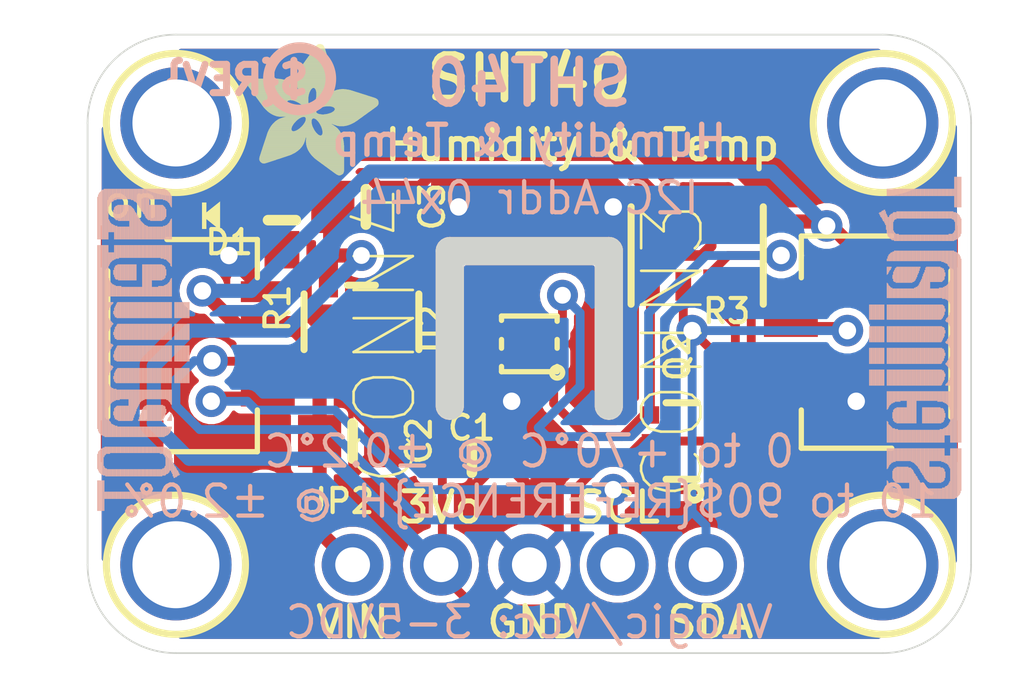
<source format=kicad_pcb>
(kicad_pcb (version 20221018) (generator pcbnew)
  (layers (0 "F.Cu" signal) (31 "B.Cu" signal) (34 "B.Paste" user) (35 "F.Paste" user) (36 "B.SilkS" user "B.Silkscreen") (37 "F.SilkS" user "F.Silkscreen") (38 "B.Mask" user) (39 "F.Mask" user) (44 "Edge.Cuts" user))
  (net 0 "")
  (net 1 "GND")
  (net 2 "SDA")
  (net 3 "SCL")
  (net 4 "SCL_3V")
  (net 5 "SDA_3V")
  (net 6 "3.3V")
  (net 7 "VCC")
  (net 8 "N$1")
  (footprint "working:SOT363" (layer "F.Cu") (at 152.8826 107.7976 90)
    (fp_text reference "Q2" (at 1.651 -0.127 90) (layer "F.SilkS") (effects (font (size 0.692831 0.692831) (thickness 0.119969)) (justify left)))
    (fp_text value "BSS138")
    (pad "1" smd rect (at -0.75 0.9 90) (size 0.5 0.5) (layers "F.Cu" "F.Paste" "F.Mask") (net 4 "SCL_3V"))
    (pad "2" smd rect (at 0 0.9 90) (size 0.4 0.5) (layers "F.Cu" "F.Paste" "F.Mask") (net 6 "3.3V"))
    (pad "3" smd rect (at 0.75 0.9 90) (size 0.5 0.5) (layers "F.Cu" "F.Paste" "F.Mask") (net 2 "SDA"))
    (pad "4" smd rect (at 0.75 -0.9 90) (size 0.5 0.5) (layers "F.Cu" "F.Paste" "F.Mask") (net 5 "SDA_3V"))
    (pad "5" smd rect (at 0 -0.9 90) (size 0.4 0.5) (layers "F.Cu" "F.Paste" "F.Mask") (net 6 "3.3V"))
    (pad "6" smd rect (at -0.75 -0.9 90) (size 0.5 0.5) (layers "F.Cu" "F.Paste" "F.Mask") (net 3 "SCL"))
  )
  (footprint "working:CHIPLED_0603_NOOUTLINE" (layer "F.Cu") (at 139.3571 101.3206 90)
    (fp_text reference "D1" (at -0.762 1.27) (layer "F.SilkS") (effects (font (size 0.692831 0.692831) (thickness 0.119969)) (justify right)))
    (fp_text value "GREEN")
    (pad "A" smd rect (at 0 0.75 90) (size 0.8 0.8) (layers "F.Cu" "F.Paste" "F.Mask") (net 8 "N$1"))
    (pad "C" smd rect (at 0 -0.75 90) (size 0.8 0.8) (layers "F.Cu" "F.Paste" "F.Mask") (net 1 "GND"))
  )
  (footprint "working:ADAFRUIT_3.5MM" (layer "F.Cu") (at 140.3731 100.1776)
    (fp_text reference "U$22" hide)
    (fp_text value "" hide)
  )
  (footprint "working:MOUNTINGHOLE_2.5_PLATED" (layer "F.Cu") (at 138.3411 98.6536)
    (fp_text reference "U$1" hide)
    (fp_text value "MOUNTINGHOLE2.5" hide)
    (pad "P$1" thru_hole circle (at 0 0) (size 3.2 3.2) (drill 2.5) (layers "*.Cu" "*.Mask"))
    (zone (net 0) (net_name "") (layer "F.Cu") (connect_pads (clearance 0)) (min_thickness 0.25)
      (keepout (tracks not_allowed) (vias not_allowed) (pads not_allowed) (copperpour not_allowed) (footprints allowed))
      (fill (thermal_gap 0.5) (thermal_bridge_width 0.5))
      (polygon (pts (xy 140.3571 98.6536) (xy 140.33748 98.373027) (xy 140.279004 98.097915) (xy 140.182808 97.833619) (xy 140.050765 97.585283) (xy 139.885446 97.35774) (xy 139.690067 97.15542) (xy 139.468433 96.98226) (xy 139.224856 96.841631) (xy 138.964078 96.73627) (xy 138.691175 96.668228) (xy 138.411457 96.638828) (xy 138.130371 96.648644) (xy 137.853385 96.697484) (xy 137.585893 96.784397) (xy 137.3331 96.907693) (xy 137.099926 97.06497) (xy 136.890911 97.253169) (xy 136.710122 97.468625) (xy 136.561078 97.707145) (xy 136.44668 97.964087) (xy 136.369154 98.23445) (xy 136.330011 98.512971) (xy 136.330011 98.794229) (xy 136.369154 99.07275) (xy 136.44668 99.343113) (xy 136.561078 99.600055) (xy 136.710122 99.838575) (xy 136.890911 100.054031) (xy 137.099926 100.24223) (xy 137.3331 100.399507) (xy 137.585893 100.522803) (xy 137.853385 100.609716) (xy 138.130371 100.658556) (xy 138.411457 100.668372) (xy 138.691175 100.638972) (xy 138.964078 100.57093) (xy 139.224856 100.465569) (xy 139.468433 100.32494) (xy 139.690067 100.15178) (xy 139.885446 99.94946) (xy 140.050765 99.721917) (xy 140.182808 99.473581) (xy 140.279004 99.209285) (xy 140.33748 98.934173)))
      (polygon (pts (xy 138.3251 98.6536) (xy 138.329786 98.664914) (xy 138.3411 98.6696) (xy 138.352414 98.664914) (xy 138.3571 98.6536) (xy 138.352414 98.642286) (xy 138.3411 98.6376) (xy 138.329786 98.642286)))
    )
    (zone (net 0) (net_name "") (layer "B.Cu") (connect_pads (clearance 0)) (min_thickness 0.25)
      (keepout (tracks not_allowed) (vias not_allowed) (pads not_allowed) (copperpour not_allowed) (footprints allowed))
      (fill (thermal_gap 0.5) (thermal_bridge_width 0.5))
      (polygon (pts (xy 140.3571 98.6536) (xy 140.33748 98.373027) (xy 140.279004 98.097915) (xy 140.182808 97.833619) (xy 140.050765 97.585283) (xy 139.885446 97.35774) (xy 139.690067 97.15542) (xy 139.468433 96.98226) (xy 139.224856 96.841631) (xy 138.964078 96.73627) (xy 138.691175 96.668228) (xy 138.411457 96.638828) (xy 138.130371 96.648644) (xy 137.853385 96.697484) (xy 137.585893 96.784397) (xy 137.3331 96.907693) (xy 137.099926 97.06497) (xy 136.890911 97.253169) (xy 136.710122 97.468625) (xy 136.561078 97.707145) (xy 136.44668 97.964087) (xy 136.369154 98.23445) (xy 136.330011 98.512971) (xy 136.330011 98.794229) (xy 136.369154 99.07275) (xy 136.44668 99.343113) (xy 136.561078 99.600055) (xy 136.710122 99.838575) (xy 136.890911 100.054031) (xy 137.099926 100.24223) (xy 137.3331 100.399507) (xy 137.585893 100.522803) (xy 137.853385 100.609716) (xy 138.130371 100.658556) (xy 138.411457 100.668372) (xy 138.691175 100.638972) (xy 138.964078 100.57093) (xy 139.224856 100.465569) (xy 139.468433 100.32494) (xy 139.690067 100.15178) (xy 139.885446 99.94946) (xy 140.050765 99.721917) (xy 140.182808 99.473581) (xy 140.279004 99.209285) (xy 140.33748 98.934173)))
      (polygon (pts (xy 138.3251 98.6536) (xy 138.329786 98.664914) (xy 138.3411 98.6696) (xy 138.352414 98.664914) (xy 138.3571 98.6536) (xy 138.352414 98.642286) (xy 138.3411 98.6376) (xy 138.329786 98.642286)))
    )
  )
  (footprint "working:FIDUCIAL_1MM" (layer "F.Cu") (at 155.3591 97.3836)
    (fp_text reference "FID4" hide)
    (fp_text value "FIDUCIAL_1MM" hide)
    (pad "1" smd roundrect (at 0 0) (size 1 1) (layers "F.Cu" "F.Mask") (roundrect_rratio 0.5))
  )
  (footprint "working:SOT23-5" (layer "F.Cu") (at 143.6751 104.3686)
    (fp_text reference "U2" (at 2.032 -0.562 90) (layer "F.SilkS") (effects (font (size 0.692831 0.692831) (thickness 0.119969)) (justify right)))
    (fp_text value "AP2112K-3.3")
    (pad "1" smd rect (at -0.95 1.3001) (size 0.55 1.2) (layers "F.Cu" "F.Paste" "F.Mask") (net 7 "VCC"))
    (pad "2" smd rect (at 0 1.3001) (size 0.55 1.2) (layers "F.Cu" "F.Paste" "F.Mask") (net 1 "GND"))
    (pad "3" smd rect (at 0.95 1.3001) (size 0.55 1.2) (layers "F.Cu" "F.Paste" "F.Mask") (net 7 "VCC"))
    (pad "4" smd rect (at 0.95 -1.3001) (size 0.55 1.2) (layers "F.Cu" "F.Paste" "F.Mask"))
    (pad "5" smd rect (at -0.95 -1.3001) (size 0.55 1.2) (layers "F.Cu" "F.Paste" "F.Mask") (net 6 "3.3V"))
  )
  (footprint "working:1X05_ROUND_70" (layer "F.Cu") (at 148.5011 111.3536)
    (fp_text reference "JP2" (at -6.4262 -1.8288) (layer "F.SilkS") (effects (font (size 0.692831 0.692831) (thickness 0.119969)) (justify left)))
    (fp_text value "")
    (pad "1" thru_hole circle (at -5.08 0 90) (size 1.778 1.778) (drill 1) (layers "*.Cu" "*.Mask") (net 7 "VCC"))
    (pad "2" thru_hole circle (at -2.54 0 90) (size 1.778 1.778) (drill 1) (layers "*.Cu" "*.Mask") (net 6 "3.3V"))
    (pad "3" thru_hole circle (at 0 0 90) (size 1.778 1.778) (drill 1) (layers "*.Cu" "*.Mask") (net 1 "GND"))
    (pad "4" thru_hole circle (at 2.54 0 90) (size 1.778 1.778) (drill 1) (layers "*.Cu" "*.Mask") (net 3 "SCL"))
    (pad "5" thru_hole circle (at 5.08 0 90) (size 1.778 1.778) (drill 1) (layers "*.Cu" "*.Mask") (net 2 "SDA"))
  )
  (footprint "working:JST_SH4" (layer "F.Cu") (at 138.4681 105.0036 -90)
    (fp_text reference "CONN4" (at -4.6 -5.9 90) (layer "F.SilkS") (effects (font (size 1.703222 1.703222) (thickness 0.074778)) (justify right)))
    (fp_text value "STEMMA_I2C_QT" hide)
    (pad "1" smd rect (at -1.5 -2.514) (size 1.55 0.6) (layers "F.Cu" "F.Paste" "F.Mask") (net 1 "GND"))
    (pad "2" smd rect (at -0.5 -2.514) (size 1.55 0.6) (layers "F.Cu" "F.Paste" "F.Mask") (net 7 "VCC"))
    (pad "3" smd rect (at 0.5 -2.514) (size 1.55 0.6) (layers "F.Cu" "F.Paste" "F.Mask") (net 2 "SDA"))
    (pad "4" smd rect (at 1.5 -2.514) (size 1.55 0.6) (layers "F.Cu" "F.Paste" "F.Mask") (net 3 "SCL"))
    (pad "MT1" smd rect (at -2.8 1.386) (size 1.8 1.2) (layers "F.Cu" "F.Paste" "F.Mask") (net 1 "GND"))
    (pad "MT2" smd rect (at 2.8 1.386) (size 1.8 1.2) (layers "F.Cu" "F.Paste" "F.Mask") (net 1 "GND"))
  )
  (footprint "working:0603-NO" (layer "F.Cu") (at 146.8501 108.3056)
    (fp_text reference "C1" (at -0.762 -0.889) (layer "F.SilkS") (effects (font (size 0.692831 0.692831) (thickness 0.119969)) (justify left)))
    (fp_text value "0.1uF")
    (pad "1" smd rect (at -0.85 0) (size 1.075 1) (layers "F.Cu" "F.Paste" "F.Mask") (net 6 "3.3V"))
    (pad "2" smd rect (at 0.85 0) (size 1.075 1) (layers "F.Cu" "F.Paste" "F.Mask") (net 1 "GND"))
  )
  (footprint "working:0805-NO" (layer "F.Cu") (at 143.8021 101.0666)
    (fp_text reference "C3" (at 1.905 -0.762 90) (layer "F.SilkS") (effects (font (size 0.692831 0.692831) (thickness 0.119969)) (justify right)))
    (fp_text value "10uF")
    (pad "1" smd rect (at -0.95 0) (size 1.24 1.5) (layers "F.Cu" "F.Paste" "F.Mask") (net 6 "3.3V"))
    (pad "2" smd rect (at 0.95 0) (size 1.24 1.5) (layers "F.Cu" "F.Paste" "F.Mask") (net 1 "GND"))
  )
  (footprint "working:MOUNTINGHOLE_2.5_PLATED" (layer "F.Cu") (at 158.6611 111.3536)
    (fp_text reference "U$21" hide)
    (fp_text value "MOUNTINGHOLE2.5" hide)
    (pad "P$1" thru_hole circle (at 0 0) (size 3.2 3.2) (drill 2.5) (layers "*.Cu" "*.Mask"))
    (zone (net 0) (net_name "") (layer "F.Cu") (connect_pads (clearance 0)) (min_thickness 0.25)
      (keepout (tracks not_allowed) (vias not_allowed) (pads not_allowed) (copperpour not_allowed) (footprints allowed))
      (fill (thermal_gap 0.5) (thermal_bridge_width 0.5))
      (polygon (pts (xy 160.6771 111.3536) (xy 160.65748 111.073027) (xy 160.599004 110.797915) (xy 160.502808 110.533619) (xy 160.370765 110.285283) (xy 160.205446 110.05774) (xy 160.010067 109.85542) (xy 159.788433 109.68226) (xy 159.544856 109.541631) (xy 159.284078 109.43627) (xy 159.011175 109.368228) (xy 158.731457 109.338828) (xy 158.450371 109.348644) (xy 158.173385 109.397484) (xy 157.905893 109.484397) (xy 157.6531 109.607693) (xy 157.419926 109.76497) (xy 157.210911 109.953169) (xy 157.030122 110.168625) (xy 156.881078 110.407145) (xy 156.76668 110.664087) (xy 156.689154 110.93445) (xy 156.650011 111.212971) (xy 156.650011 111.494229) (xy 156.689154 111.77275) (xy 156.76668 112.043113) (xy 156.881078 112.300055) (xy 157.030122 112.538575) (xy 157.210911 112.754031) (xy 157.419926 112.94223) (xy 157.6531 113.099507) (xy 157.905893 113.222803) (xy 158.173385 113.309716) (xy 158.450371 113.358556) (xy 158.731457 113.368372) (xy 159.011175 113.338972) (xy 159.284078 113.27093) (xy 159.544856 113.165569) (xy 159.788433 113.02494) (xy 160.010067 112.85178) (xy 160.205446 112.64946) (xy 160.370765 112.421917) (xy 160.502808 112.173581) (xy 160.599004 111.909285) (xy 160.65748 111.634173)))
      (polygon (pts (xy 158.6451 111.3536) (xy 158.649786 111.364914) (xy 158.6611 111.3696) (xy 158.672414 111.364914) (xy 158.6771 111.3536) (xy 158.672414 111.342286) (xy 158.6611 111.3376) (xy 158.649786 111.342286)))
    )
    (zone (net 0) (net_name "") (layer "B.Cu") (connect_pads (clearance 0)) (min_thickness 0.25)
      (keepout (tracks not_allowed) (vias not_allowed) (pads not_allowed) (copperpour not_allowed) (footprints allowed))
      (fill (thermal_gap 0.5) (thermal_bridge_width 0.5))
      (polygon (pts (xy 160.6771 111.3536) (xy 160.65748 111.073027) (xy 160.599004 110.797915) (xy 160.502808 110.533619) (xy 160.370765 110.285283) (xy 160.205446 110.05774) (xy 160.010067 109.85542) (xy 159.788433 109.68226) (xy 159.544856 109.541631) (xy 159.284078 109.43627) (xy 159.011175 109.368228) (xy 158.731457 109.338828) (xy 158.450371 109.348644) (xy 158.173385 109.397484) (xy 157.905893 109.484397) (xy 157.6531 109.607693) (xy 157.419926 109.76497) (xy 157.210911 109.953169) (xy 157.030122 110.168625) (xy 156.881078 110.407145) (xy 156.76668 110.664087) (xy 156.689154 110.93445) (xy 156.650011 111.212971) (xy 156.650011 111.494229) (xy 156.689154 111.77275) (xy 156.76668 112.043113) (xy 156.881078 112.300055) (xy 157.030122 112.538575) (xy 157.210911 112.754031) (xy 157.419926 112.94223) (xy 157.6531 113.099507) (xy 157.905893 113.222803) (xy 158.173385 113.309716) (xy 158.450371 113.358556) (xy 158.731457 113.368372) (xy 159.011175 113.338972) (xy 159.284078 113.27093) (xy 159.544856 113.165569) (xy 159.788433 113.02494) (xy 160.010067 112.85178) (xy 160.205446 112.64946) (xy 160.370765 112.421917) (xy 160.502808 112.173581) (xy 160.599004 111.909285) (xy 160.65748 111.634173)))
      (polygon (pts (xy 158.6451 111.3536) (xy 158.649786 111.364914) (xy 158.6611 111.3696) (xy 158.672414 111.364914) (xy 158.6771 111.3536) (xy 158.672414 111.342286) (xy 158.6611 111.3376) (xy 158.649786 111.342286)))
    )
  )
  (footprint "working:JST_SH4" (layer "F.Cu") (at 158.5341 105.0036 90)
    (fp_text reference "CONN3" (at -4.6 -5.9 90) (layer "F.SilkS") (effects (font (size 1.703222 1.703222) (thickness 0.074778)) (justify left)))
    (fp_text value "STEMMA_I2C_QT" hide)
    (pad "1" smd rect (at -1.5 -2.514 180) (size 1.55 0.6) (layers "F.Cu" "F.Paste" "F.Mask") (net 1 "GND"))
    (pad "2" smd rect (at -0.5 -2.514 180) (size 1.55 0.6) (layers "F.Cu" "F.Paste" "F.Mask") (net 7 "VCC"))
    (pad "3" smd rect (at 0.5 -2.514 180) (size 1.55 0.6) (layers "F.Cu" "F.Paste" "F.Mask") (net 2 "SDA"))
    (pad "4" smd rect (at 1.5 -2.514 180) (size 1.55 0.6) (layers "F.Cu" "F.Paste" "F.Mask") (net 3 "SCL"))
    (pad "MT1" smd rect (at -2.8 1.386 180) (size 1.8 1.2) (layers "F.Cu" "F.Paste" "F.Mask") (net 1 "GND"))
    (pad "MT2" smd rect (at 2.8 1.386 180) (size 1.8 1.2) (layers "F.Cu" "F.Paste" "F.Mask") (net 1 "GND"))
  )
  (footprint "working:FIDUCIAL_1MM" (layer "F.Cu") (at 140.8811 109.3216)
    (fp_text reference "FID3" hide)
    (fp_text value "FIDUCIAL_1MM" hide)
    (pad "1" smd roundrect (at 0 0) (size 1 1) (layers "F.Cu" "F.Mask") (roundrect_rratio 0.5))
  )
  (footprint "working:RESPACK_4X0603" (layer "F.Cu") (at 153.3271 102.4636 180)
    (fp_text reference "R3" (at -1.6 -1.6) (layer "F.SilkS") (effects (font (size 0.692831 0.692831) (thickness 0.119969)) (justify right)))
    (fp_text value "10K")
    (pad "1" smd rect (at -1.3 0.85 180) (size 0.45 0.9) (layers "F.Cu" "F.Paste" "F.Mask") (net 7 "VCC"))
    (pad "2" smd rect (at -0.4 0.85 180) (size 0.45 0.9) (layers "F.Cu" "F.Paste" "F.Mask") (net 6 "3.3V"))
    (pad "3" smd rect (at 0.4 0.85 180) (size 0.45 0.9) (layers "F.Cu" "F.Paste" "F.Mask") (net 7 "VCC"))
    (pad "4" smd rect (at 1.3 0.85 180) (size 0.45 0.9) (layers "F.Cu" "F.Paste" "F.Mask") (net 6 "3.3V"))
    (pad "5" smd rect (at 1.3 -0.85 180) (size 0.45 0.9) (layers "F.Cu" "F.Paste" "F.Mask") (net 5 "SDA_3V"))
    (pad "6" smd rect (at 0.4 -0.85 180) (size 0.45 0.9) (layers "F.Cu" "F.Paste" "F.Mask") (net 2 "SDA"))
    (pad "7" smd rect (at -0.4 -0.85 180) (size 0.45 0.9) (layers "F.Cu" "F.Paste" "F.Mask") (net 4 "SCL_3V"))
    (pad "8" smd rect (at -1.3 -0.85 180) (size 0.45 0.9) (layers "F.Cu" "F.Paste" "F.Mask") (net 3 "SCL"))
  )
  (footprint "working:0805-NO" (layer "F.Cu") (at 143.4211 107.7976)
    (fp_text reference "C2" (at 1.905 -0.762 90) (layer "F.SilkS") (effects (font (size 0.692831 0.692831) (thickness 0.119969)) (justify right)))
    (fp_text value "10uF")
    (pad "1" smd rect (at -0.95 0) (size 1.24 1.5) (layers "F.Cu" "F.Paste" "F.Mask") (net 7 "VCC"))
    (pad "2" smd rect (at 0.95 0) (size 1.24 1.5) (layers "F.Cu" "F.Paste" "F.Mask") (net 1 "GND"))
  )
  (footprint "working:SHT4X" (layer "F.Cu") (at 148.5011 105.0036 180)
    (fp_text reference "X1" hide)
    (fp_text value "SHT4X_" hide)
    (pad "1" smd rect (at -0.7 -0.4 270) (size 0.35 0.55) (layers "F.Cu" "F.Paste" "F.Mask") (net 5 "SDA_3V"))
    (pad "2" smd rect (at -0.7 0.4 270) (size 0.35 0.55) (layers "F.Cu" "F.Paste" "F.Mask") (net 4 "SCL_3V"))
    (pad "3" smd rect (at 0.7 0.4 270) (size 0.35 0.55) (layers "F.Cu" "F.Paste" "F.Mask") (net 6 "3.3V"))
    (pad "4" smd rect (at 0.7 -0.4 270) (size 0.35 0.55) (layers "F.Cu" "F.Paste" "F.Mask") (net 1 "GND"))
  )
  (footprint "working:0603-NO" (layer "F.Cu") (at 141.3891 101.4476 -90)
    (fp_text reference "R1" (at 1.778 0.127 90) (layer "F.SilkS") (effects (font (size 0.692831 0.692831) (thickness 0.119969)) (justify right)))
    (fp_text value "10K")
    (pad "1" smd rect (at -0.85 0 270) (size 1.075 1) (layers "F.Cu" "F.Paste" "F.Mask") (net 6 "3.3V"))
    (pad "2" smd rect (at 0.85 0 270) (size 1.075 1) (layers "F.Cu" "F.Paste" "F.Mask") (net 8 "N$1"))
  )
  (footprint "working:MOUNTINGHOLE_2.5_PLATED" (layer "F.Cu") (at 138.3411 111.3536)
    (fp_text reference "U$19" hide)
    (fp_text value "MOUNTINGHOLE2.5" hide)
    (pad "P$1" thru_hole circle (at 0 0) (size 3.2 3.2) (drill 2.5) (layers "*.Cu" "*.Mask"))
    (zone (net 0) (net_name "") (layer "F.Cu") (connect_pads (clearance 0)) (min_thickness 0.25)
      (keepout (tracks not_allowed) (vias not_allowed) (pads not_allowed) (copperpour not_allowed) (footprints allowed))
      (fill (thermal_gap 0.5) (thermal_bridge_width 0.5))
      (polygon (pts (xy 140.3571 111.3536) (xy 140.33748 111.073027) (xy 140.279004 110.797915) (xy 140.182808 110.533619) (xy 140.050765 110.285283) (xy 139.885446 110.05774) (xy 139.690067 109.85542) (xy 139.468433 109.68226) (xy 139.224856 109.541631) (xy 138.964078 109.43627) (xy 138.691175 109.368228) (xy 138.411457 109.338828) (xy 138.130371 109.348644) (xy 137.853385 109.397484) (xy 137.585893 109.484397) (xy 137.3331 109.607693) (xy 137.099926 109.76497) (xy 136.890911 109.953169) (xy 136.710122 110.168625) (xy 136.561078 110.407145) (xy 136.44668 110.664087) (xy 136.369154 110.93445) (xy 136.330011 111.212971) (xy 136.330011 111.494229) (xy 136.369154 111.77275) (xy 136.44668 112.043113) (xy 136.561078 112.300055) (xy 136.710122 112.538575) (xy 136.890911 112.754031) (xy 137.099926 112.94223) (xy 137.3331 113.099507) (xy 137.585893 113.222803) (xy 137.853385 113.309716) (xy 138.130371 113.358556) (xy 138.411457 113.368372) (xy 138.691175 113.338972) (xy 138.964078 113.27093) (xy 139.224856 113.165569) (xy 139.468433 113.02494) (xy 139.690067 112.85178) (xy 139.885446 112.64946) (xy 140.050765 112.421917) (xy 140.182808 112.173581) (xy 140.279004 111.909285) (xy 140.33748 111.634173)))
      (polygon (pts (xy 138.3251 111.3536) (xy 138.329786 111.364914) (xy 138.3411 111.3696) (xy 138.352414 111.364914) (xy 138.3571 111.3536) (xy 138.352414 111.342286) (xy 138.3411 111.3376) (xy 138.329786 111.342286)))
    )
    (zone (net 0) (net_name "") (layer "B.Cu") (connect_pads (clearance 0)) (min_thickness 0.25)
      (keepout (tracks not_allowed) (vias not_allowed) (pads not_allowed) (copperpour not_allowed) (footprints allowed))
      (fill (thermal_gap 0.5) (thermal_bridge_width 0.5))
      (polygon (pts (xy 140.3571 111.3536) (xy 140.33748 111.073027) (xy 140.279004 110.797915) (xy 140.182808 110.533619) (xy 140.050765 110.285283) (xy 139.885446 110.05774) (xy 139.690067 109.85542) (xy 139.468433 109.68226) (xy 139.224856 109.541631) (xy 138.964078 109.43627) (xy 138.691175 109.368228) (xy 138.411457 109.338828) (xy 138.130371 109.348644) (xy 137.853385 109.397484) (xy 137.585893 109.484397) (xy 137.3331 109.607693) (xy 137.099926 109.76497) (xy 136.890911 109.953169) (xy 136.710122 110.168625) (xy 136.561078 110.407145) (xy 136.44668 110.664087) (xy 136.369154 110.93445) (xy 136.330011 111.212971) (xy 136.330011 111.494229) (xy 136.369154 111.77275) (xy 136.44668 112.043113) (xy 136.561078 112.300055) (xy 136.710122 112.538575) (xy 136.890911 112.754031) (xy 137.099926 112.94223) (xy 137.3331 113.099507) (xy 137.585893 113.222803) (xy 137.853385 113.309716) (xy 138.130371 113.358556) (xy 138.411457 113.368372) (xy 138.691175 113.338972) (xy 138.964078 113.27093) (xy 139.224856 113.165569) (xy 139.468433 113.02494) (xy 139.690067 112.85178) (xy 139.885446 112.64946) (xy 140.050765 112.421917) (xy 140.182808 112.173581) (xy 140.279004 111.909285) (xy 140.33748 111.634173)))
      (polygon (pts (xy 138.3251 111.3536) (xy 138.329786 111.364914) (xy 138.3411 111.3696) (xy 138.352414 111.364914) (xy 138.3571 111.3536) (xy 138.352414 111.342286) (xy 138.3411 111.3376) (xy 138.329786 111.342286)))
    )
  )
  (footprint "working:MOUNTINGHOLE_2.5_PLATED" (layer "F.Cu") (at 158.6611 98.6536)
    (fp_text reference "U$17" hide)
    (fp_text value "MOUNTINGHOLE2.5" hide)
    (pad "P$1" thru_hole circle (at 0 0) (size 3.2 3.2) (drill 2.5) (layers "*.Cu" "*.Mask"))
    (zone (net 0) (net_name "") (layer "F.Cu") (connect_pads (clearance 0)) (min_thickness 0.25)
      (keepout (tracks not_allowed) (vias not_allowed) (pads not_allowed) (copperpour not_allowed) (footprints allowed))
      (fill (thermal_gap 0.5) (thermal_bridge_width 0.5))
      (polygon (pts (xy 160.6771 98.6536) (xy 160.65748 98.373027) (xy 160.599004 98.097915) (xy 160.502808 97.833619) (xy 160.370765 97.585283) (xy 160.205446 97.35774) (xy 160.010067 97.15542) (xy 159.788433 96.98226) (xy 159.544856 96.841631) (xy 159.284078 96.73627) (xy 159.011175 96.668228) (xy 158.731457 96.638828) (xy 158.450371 96.648644) (xy 158.173385 96.697484) (xy 157.905893 96.784397) (xy 157.6531 96.907693) (xy 157.419926 97.06497) (xy 157.210911 97.253169) (xy 157.030122 97.468625) (xy 156.881078 97.707145) (xy 156.76668 97.964087) (xy 156.689154 98.23445) (xy 156.650011 98.512971) (xy 156.650011 98.794229) (xy 156.689154 99.07275) (xy 156.76668 99.343113) (xy 156.881078 99.600055) (xy 157.030122 99.838575) (xy 157.210911 100.054031) (xy 157.419926 100.24223) (xy 157.6531 100.399507) (xy 157.905893 100.522803) (xy 158.173385 100.609716) (xy 158.450371 100.658556) (xy 158.731457 100.668372) (xy 159.011175 100.638972) (xy 159.284078 100.57093) (xy 159.544856 100.465569) (xy 159.788433 100.32494) (xy 160.010067 100.15178) (xy 160.205446 99.94946) (xy 160.370765 99.721917) (xy 160.502808 99.473581) (xy 160.599004 99.209285) (xy 160.65748 98.934173)))
      (polygon (pts (xy 158.6451 98.6536) (xy 158.649786 98.664914) (xy 158.6611 98.6696) (xy 158.672414 98.664914) (xy 158.6771 98.6536) (xy 158.672414 98.642286) (xy 158.6611 98.6376) (xy 158.649786 98.642286)))
    )
    (zone (net 0) (net_name "") (layer "B.Cu") (connect_pads (clearance 0)) (min_thickness 0.25)
      (keepout (tracks not_allowed) (vias not_allowed) (pads not_allowed) (copperpour not_allowed) (footprints allowed))
      (fill (thermal_gap 0.5) (thermal_bridge_width 0.5))
      (polygon (pts (xy 160.6771 98.6536) (xy 160.65748 98.373027) (xy 160.599004 98.097915) (xy 160.502808 97.833619) (xy 160.370765 97.585283) (xy 160.205446 97.35774) (xy 160.010067 97.15542) (xy 159.788433 96.98226) (xy 159.544856 96.841631) (xy 159.284078 96.73627) (xy 159.011175 96.668228) (xy 158.731457 96.638828) (xy 158.450371 96.648644) (xy 158.173385 96.697484) (xy 157.905893 96.784397) (xy 157.6531 96.907693) (xy 157.419926 97.06497) (xy 157.210911 97.253169) (xy 157.030122 97.468625) (xy 156.881078 97.707145) (xy 156.76668 97.964087) (xy 156.689154 98.23445) (xy 156.650011 98.512971) (xy 156.650011 98.794229) (xy 156.689154 99.07275) (xy 156.76668 99.343113) (xy 156.881078 99.600055) (xy 157.030122 99.838575) (xy 157.210911 100.054031) (xy 157.419926 100.24223) (xy 157.6531 100.399507) (xy 157.905893 100.522803) (xy 158.173385 100.609716) (xy 158.450371 100.658556) (xy 158.731457 100.668372) (xy 159.011175 100.638972) (xy 159.284078 100.57093) (xy 159.544856 100.465569) (xy 159.788433 100.32494) (xy 160.010067 100.15178) (xy 160.205446 99.94946) (xy 160.370765 99.721917) (xy 160.502808 99.473581) (xy 160.599004 99.209285) (xy 160.65748 98.934173)))
      (polygon (pts (xy 158.6451 98.6536) (xy 158.649786 98.664914) (xy 158.6611 98.6696) (xy 158.672414 98.664914) (xy 158.6771 98.6536) (xy 158.672414 98.642286) (xy 158.6611 98.6376) (xy 158.649786 98.642286)))
    )
  )
  (footprint "working:STEMMAQT" (layer "B.Cu") (at 158.2801 109.4486 90)
    (fp_text reference "U$30" hide)
    (fp_text value "" hide)
  )
  (footprint "working:PCBFEAT-REV-040" (layer "B.Cu") (at 141.8971 97.3836 180)
    (fp_text reference "U$25" hide)
    (fp_text value "" hide)
    (fp_text user "${REV}" (at -0.3556 -0.508) (layer "B.SilkS") (effects (font (size 0.8128 0.8128) (thickness 0.2032)) (justify left bottom mirror)))
  )
  (footprint "working:STEMMAQT" (layer "B.Cu") (at 138.7221 100.5586 -90)
    (fp_text reference "U$31" hide)
    (fp_text value "" hide)
  )
  (gr_line (start 158.6611 96.1136) (end 138.3411 96.1136) (stroke (width 0.05)) (layer "Edge.Cuts"))
  (gr_arc (start 135.8011 98.6536) (mid 136.545049 96.857549) (end 138.3411 96.1136) (stroke (width 0.05)) (layer "Edge.Cuts"))
  (gr_line (start 138.3411 113.8936) (end 158.6611 113.8936) (stroke (width 0.05)) (layer "Edge.Cuts"))
  (gr_line (start 150.7871 102.3366) (end 150.7871 106.7816) (stroke (width 0.8128)) (layer "Edge.Cuts"))
  (gr_arc (start 161.2011 111.3536) (mid 160.457151 113.149651) (end 158.6611 113.8936) (stroke (width 0.05)) (layer "Edge.Cuts"))
  (gr_arc (start 158.6611 96.1136) (mid 160.457151 96.857549) (end 161.2011 98.6536) (stroke (width 0.05)) (layer "Edge.Cuts"))
  (gr_arc (start 138.3411 113.8936) (mid 136.545049 113.149651) (end 135.8011 111.3536) (stroke (width 0.05)) (layer "Edge.Cuts"))
  (gr_line (start 146.2151 106.7816) (end 146.2151 102.3366) (stroke (width 0.8128)) (layer "Edge.Cuts"))
  (gr_line (start 135.8011 98.6536) (end 135.8011 111.3536) (stroke (width 0.05)) (layer "Edge.Cuts"))
  (gr_line (start 146.2151 102.3366) (end 150.7871 102.3366) (stroke (width 0.8128)) (layer "Edge.Cuts"))
  (gr_line (start 161.2011 111.3536) (end 161.2011 98.6536) (stroke (width 0.05)) (layer "Edge.Cuts"))
  (gr_text "I2C Addr 0x44" (at 148.5011 100.8126) (layer "B.SilkS") (effects (font (size 0.89408 0.89408) (thickness 0.12192)) (justify mirror)))
  (gr_text "SHT40" (at 148.5011 97.5106) (layer "B.SilkS") (effects (font (size 1.25222 1.25222) (thickness 0.22098)) (justify mirror)))
  (gr_text "Humidity & Temp" (at 148.5011 99.1616) (layer "B.SilkS") (effects (font (size 0.8636 0.8636) (thickness 0.1524)) (justify mirror)))
  (gr_text "VLogic/Vcc: 3-5VDC" (at 148.5011 113.0046) (layer "B.SilkS") (effects (font (size 0.89408 0.89408) (thickness 0.12192)) (justify mirror)))
  (gr_text "0 to +70°C @ ±0.2°C\n10 to 90%RH @ ±2.0%" (at 148.5011 108.8136) (layer "B.SilkS") (effects (font (size 0.89408 0.89408) (thickness 0.12192)) (justify mirror)))
  (gr_text "3Vo" (at 145.9611 109.7026) (layer "F.SilkS") (effects (font (size 0.87376 0.87376) (thickness 0.14224))))
  (gr_text "Humidity & Temp" (at 150.0251 99.2886) (layer "F.SilkS") (effects (font (size 0.8636 0.8636) (thickness 0.1524))))
  (gr_text "VIN" (at 143.4211 113.0046) (layer "F.SilkS") (effects (font (size 0.87376 0.87376) (thickness 0.14224))))
  (gr_text "SDA" (at 153.7081 113.0046) (layer "F.SilkS") (effects (font (size 0.87376 0.87376) (thickness 0.14224))))
  (gr_text "on" (at 136.1821 101.4476) (layer "F.SilkS") (effects (font (size 0.89408 0.89408) (thickness 0.12192)) (justify left bottom)))
  (gr_text "SHT40" (at 148.5011 97.3836) (layer "F.SilkS") (effects (font (size 1.25222 1.25222) (thickness 0.22098))))
  (gr_text "GND" (at 148.6281 113.0046) (layer "F.SilkS") (effects (font (size 0.87376 0.87376) (thickness 0.14224))))
  (gr_text "SCL" (at 151.0411 109.7026) (layer "F.SilkS") (effects (font (size 0.87376 0.87376) (thickness 0.14224))))
  (segment (start 140.9821 103.5036) (end 140.9051 103.5036) (width 0.4064) (layer "F.Cu") (net 1))
  (segment (start 143.6751 105.6687) (end 143.6751 106.7206) (width 0.4064) (layer "F.Cu") (net 1))
  (segment (start 144.3711 107.4166) (end 143.6751 106.7206) (width 0.4064) (layer "F.Cu") (net 1))
  (segment (start 140.9051 103.5036) (end 139.8651 102.4636) (width 0.4064) (layer "F.Cu") (net 1))
  (segment (start 144.3711 107.7976) (end 144.3711 107.4166) (width 0.4064) (layer "F.Cu") (net 1))
  (via (at 147.9931 106.6546) (size 0.9064) (drill 0.5) (layers "F.Cu" "B.Cu") (net 1))
  (via (at 157.8991 106.6546) (size 0.9064) (drill 0.5) (layers "F.Cu" "B.Cu") (net 1))
  (via (at 150.9141 101.0666) (size 0.9064) (drill 0.5) (layers "F.Cu" "B.Cu") (net 1))
  (via (at 146.4691 101.0666) (size 0.9064) (drill 0.5) (layers "F.Cu" "B.Cu") (net 1))
  (via (at 139.8651 102.4636) (size 0.9064) (drill 0.5) (layers "F.Cu" "B.Cu") (net 1))
  (segment (start 140.9821 105.5036) (end 139.379706 105.5036) (width 0.254) (layer "F.Cu") (net 2))
  (segment (start 152.9271 104.3686) (end 152.9271 103.3136) (width 0.254) (layer "F.Cu") (net 2))
  (segment (start 153.1811 104.6226) (end 152.9271 104.3686) (width 0.254) (layer "F.Cu") (net 2))
  (segment (start 157.5261 104.5036) (end 157.6451 104.6226) (width 0.254) (layer "F.Cu") (net 2))
  (segment (start 139.379706 105.5036) (end 139.379706 105.488994) (width 0.254) (layer "F.Cu") (net 2))
  (segment (start 153.7826 105.2241) (end 153.1811 104.6226) (width 0.254) (layer "F.Cu") (net 2))
  (segment (start 156.0201 104.5036) (end 157.5261 104.5036) (width 0.254) (layer "F.Cu") (net 2))
  (segment (start 153.7826 107.0476) (end 153.7826 105.2241) (width 0.254) (layer "F.Cu") (net 2))
  (via (at 153.1811 104.6226) (size 0.9064) (drill 0.5) (layers "F.Cu" "B.Cu") (net 2))
  (via (at 157.6451 104.6226) (size 0.9064) (drill 0.5) (layers "F.Cu" "B.Cu") (net 2))
  (via (at 139.379706 105.488994) (size 0.9064) (drill 0.5) (layers "F.Cu" "B.Cu") (net 2))
  (segment (start 145.3422 110.0646) (end 152.9461 110.0646) (width 0.254) (layer "B.Cu") (net 2))
  (segment (start 139.379706 105.488994) (end 138.871706 105.488994) (width 0.254) (layer "B.Cu") (net 2))
  (segment (start 157.6451 104.6226) (end 153.1811 104.6226) (width 0.254) (layer "B.Cu") (net 2))
  (segment (start 153.1811 109.8296) (end 153.1811 104.6226) (width 0.254) (layer "B.Cu") (net 2))
  (segment (start 138.3411 106.0196) (end 138.3411 106.7816) (width 0.254) (layer "B.Cu") (net 2))
  (segment (start 152.9461 110.0646) (end 153.1811 109.8296) (width 0.254) (layer "B.Cu") (net 2))
  (segment (start 138.3411 106.7816) (end 139.0269 107.4674) (width 0.254) (layer "B.Cu") (net 2))
  (segment (start 153.5811 110.2296) (end 153.5811 111.3536) (width 0.254) (layer "B.Cu") (net 2))
  (segment (start 142.745 107.4674) (end 145.3422 110.0646) (width 0.254) (layer "B.Cu") (net 2))
  (segment (start 139.0269 107.4674) (end 142.745 107.4674) (width 0.254) (layer "B.Cu") (net 2))
  (segment (start 138.871706 105.488994) (end 138.3411 106.0196) (width 0.254) (layer "B.Cu") (net 2))
  (segment (start 153.1811 109.8296) (end 153.5811 110.2296) (width 0.254) (layer "B.Cu") (net 2))
  (segment (start 152.5541 109.1946) (end 151.9826 108.6231) (width 0.254) (layer "F.Cu") (net 3))
  (segment (start 152.08935 108.65435) (end 151.5491 109.1946) (width 0.254) (layer "F.Cu") (net 3))
  (segment (start 150.9141 109.1946) (end 150.9141 111.2266) (width 0.254) (layer "F.Cu") (net 3))
  (segment (start 150.9141 111.2266) (end 151.0411 111.3536) (width 0.254) (layer "F.Cu") (net 3))
  (segment (start 154.8171 103.5036) (end 154.6271 103.3136) (width 0.254) (layer "F.Cu") (net 3))
  (segment (start 140.9821 106.5036) (end 139.5081 106.5036) (width 0.254) (layer "F.Cu") (net 3))
  (segment (start 151.9826 108.5476) (end 152.08935 108.65435) (width 0.254) (layer "F.Cu") (net 3))
  (segment (start 154.8811 103.5676) (end 154.8811 108.5296) (width 0.254) (layer "F.Cu") (net 3))
  (segment (start 150.9141 109.1946) (end 151.5491 109.1946) (width 0.254) (layer "F.Cu") (net 3))
  (segment (start 154.8811 108.5296) (end 154.2161 109.1946) (width 0.254) (layer "F.Cu") (net 3))
  (segment (start 154.6271 103.3136) (end 154.8811 103.5676) (width 0.254) (layer "F.Cu") (net 3))
  (segment (start 139.5081 106.5036) (end 139.3571 106.6546) (width 0.254) (layer "F.Cu") (net 3))
  (segment (start 154.2161 109.1946) (end 152.5541 109.1946) (width 0.254) (layer "F.Cu") (net 3))
  (segment (start 151.9826 108.5476) (end 151.9826 108.6231) (width 0.254) (layer "F.Cu") (net 3))
  (segment (start 156.0201 103.5036) (end 154.8171 103.5036) (width 0.254) (layer "F.Cu") (net 3))
  (via (at 150.9141 109.1946) (size 0.9064) (drill 0.5) (layers "F.Cu" "B.Cu") (net 3))
  (via (at 139.3571 106.6546) (size 0.9064) (drill 0.5) (layers "F.Cu" "B.Cu") (net 3))
  (segment (start 140.396262 106.6546) (end 140.650262 106.9086) (width 0.254) (layer "B.Cu") (net 3))
  (segment (start 150.9141 109.1946) (end 145.1991 109.1946) (width 0.254) (layer "B.Cu") (net 3))
  (segment (start 139.3571 106.6546) (end 140.396262 106.6546) (width 0.254) (layer "B.Cu") (net 3))
  (segment (start 145.1991 109.1946) (end 142.9131 106.9086) (width 0.254) (layer "B.Cu") (net 3))
  (segment (start 142.9131 106.9086) (end 140.650262 106.9086) (width 0.254) (layer "B.Cu") (net 3))
  (segment (start 153.7271 102.9526) (end 154.2161 102.4636) (width 0.254) (layer "F.Cu") (net 4))
  (segment (start 153.7271 103.3136) (end 153.7271 103.7526) (width 0.254) (layer "F.Cu") (net 4))
  (segment (start 149.4536 104.42595) (end 149.27595 104.6036) (width 0.254) (layer "F.Cu") (net 4))
  (segment (start 153.7826 108.5476) (end 154.0549 108.5476) (width 0.254) (layer "F.Cu") (net 4))
  (segment (start 154.2161 102.4636) (end 155.7401 102.4636) (width 0.254) (layer "F.Cu") (net 4))
  (segment (start 153.7271 103.3136) (end 153.7271 102.9526) (width 0.254) (layer "F.Cu") (net 4))
  (segment (start 154.4239 108.1786) (end 154.0549 108.5476) (width 0.254) (layer "F.Cu") (net 4))
  (segment (start 154.4239 104.4494) (end 154.4239 108.1786) (width 0.254) (layer "F.Cu") (net 4))
  (segment (start 153.7271 103.7526) (end 154.4239 104.4494) (width 0.254) (layer "F.Cu") (net 4))
  (segment (start 149.4536 104.42595) (end 149.4536 103.6066) (width 0.254) (layer "F.Cu") (net 4))
  (segment (start 149.2011 104.6036) (end 149.27595 104.6036) (width 0.254) (layer "F.Cu") (net 4))
  (via (at 149.4536 103.6066) (size 0.889) (drill 0.4826) (layers "F.Cu" "B.Cu") (net 4))
  (via (at 155.7401 102.4636) (size 0.9064) (drill 0.5) (layers "F.Cu" "B.Cu") (net 4))
  (segment (start 151.9301 104.1146) (end 153.5811 102.4636) (width 0.254) (layer "B.Cu") (net 4))
  (segment (start 151.9301 107.1626) (end 151.9301 104.1146) (width 0.254) (layer "B.Cu") (net 4))
  (segment (start 148.7583 107.4166) (end 149.9616 106.2133) (width 0.254) (layer "B.Cu") (net 4))
  (segment (start 151.4221 107.6706) (end 149.0123 107.6706) (width 0.254) (layer "B.Cu") (net 4))
  (segment (start 149.4536 103.6066) (end 149.9616 104.1146) (width 0.254) (layer "B.Cu") (net 4))
  (segment (start 151.4221 107.6706) (end 151.9301 107.1626) (width 0.254) (layer "B.Cu") (net 4))
  (segment (start 149.9616 104.1146) (end 149.9616 106.2133) (width 0.254) (layer "B.Cu") (net 4))
  (segment (start 149.0123 107.6706) (end 148.7583 107.4166) (width 0.254) (layer "B.Cu") (net 4))
  (segment (start 153.5811 102.4636) (end 155.7401 102.4636) (width 0.254) (layer "B.Cu") (net 4))
  (segment (start 152.0271 103.3136) (end 151.9826 103.3581) (width 0.254) (layer "F.Cu") (net 5))
  (segment (start 150.1521 107.6706) (end 151.1691 107.6706) (width 0.254) (layer "F.Cu") (net 5))
  (segment (start 149.2011 106.7196) (end 149.2011 105.4036) (width 0.254) (layer "F.Cu") (net 5))
  (segment (start 150.1521 107.6706) (end 149.2011 106.7196) (width 0.254) (layer "F.Cu") (net 5))
  (segment (start 151.7921 107.0476) (end 151.9826 107.0476) (width 0.254) (layer "F.Cu") (net 5))
  (segment (start 151.9826 103.3581) (end 151.9826 107.0476) (width 0.254) (layer "F.Cu") (net 5))
  (segment (start 151.7921 107.0476) (end 151.1691 107.6706) (width 0.254) (layer "F.Cu") (net 5))
  (segment (start 152.0271 102.4636) (end 152.0271 101.6136) (width 0.3048) (layer "F.Cu") (net 6))
  (segment (start 146.0001 111.3146) (end 145.9611 111.3536) (width 0.254) (layer "F.Cu") (net 6))
  (segment (start 149.2631 112.6236) (end 146.9771 112.6236) (width 0.254) (layer "F.Cu") (net 6))
  (segment (start 153.7271 101.6136) (end 153.7271 102.1906) (width 0.3048) (layer "F.Cu") (net 6))
  (segment (start 149.8219 109.1789) (end 149.8219 112.0648) (width 0.254) (layer "F.Cu") (net 6))
  (segment (start 146.0001 108.3056) (end 146.0001 111.3146) (width 0.254) (layer "F.Cu") (net 6))
  (segment (start 143.6751 102.4636) (end 142.8521 102.4636) (width 0.4064) (layer "F.Cu") (net 6))
  (segment (start 151.9826 107.7976) (end 151.765625 107.7976) (width 0.254) (layer "F.Cu") (net 6))
  (segment (start 147.1041 107.2016) (end 146.0001 108.3056) (width 0.254) (layer "F.Cu") (net 6))
  (segment (start 153.7271 102.1906) (end 153.4541 102.4636) (width 0.3048) (layer "F.Cu") (net 6))
  (segment (start 151.9826 107.7976) (end 153.7826 107.7976) (width 0.254) (layer "F.Cu") (net 6))
  (segment (start 142.7251 101.1936) (end 142.7251 102.5906) (width 0.3048) (layer "F.Cu") (net 6))
  (segment (start 151.765625 107.7976) (end 151.152025 108.4112) (width 0.254) (layer "F.Cu") (net 6))
  (segment (start 147.4406 104.6036) (end 147.1041 104.9401) (width 0.254) (layer "F.Cu") (net 6))
  (segment (start 153.4541 102.4636) (end 152.0271 102.4636) (width 0.3048) (layer "F.Cu") (net 6))
  (segment (start 142.4931 101.0666) (end 142.8521 101.0666) (width 0.3048) (layer "F.Cu") (net 6))
  (segment (start 142.8521 101.0666) (end 142.8521 100.1116) (width 0.4064) (layer "F.Cu") (net 6))
  (segment (start 142.8521 100.1116) (end 143.4211 99.5426) (width 0.4064) (layer "F.Cu") (net 6))
  (segment (start 149.8219 112.0648) (end 149.2631 112.6236) (width 0.254) (layer "F.Cu") (net 6))
  (segment (start 146.9771 112.6236) (end 146.0001 111.6466) (width 0.254) (layer "F.Cu") (net 6))
  (segment (start 152.0271 100.6556) (end 152.0271 101.6136) (width 0.4064) (layer "F.Cu") (net 6))
  (segment (start 147.1041 104.9401) (end 147.1041 107.2016) (width 0.254) (layer "F.Cu") (net 6))
  (segment (start 142.8521 102.4636) (end 142.7251 102.5906) (width 0.4064) (layer "F.Cu") (net 6))
  (segment (start 143.4211 99.5426) (end 150.9141 99.5426) (width 0.4064) (layer "F.Cu") (net 6))
  (segment (start 151.152025 108.4112) (end 150.5896 108.4112) (width 0.254) (layer "F.Cu") (net 6))
  (segment (start 146.0001 111.6466) (end 146.0001 111.3146) (width 0.254) (layer "F.Cu") (net 6))
  (segment (start 142.7251 102.5906) (end 142.7251 103.0685) (width 0.3048) (layer "F.Cu") (net 6))
  (segment (start 142.8521 101.0666) (end 142.7251 101.1936) (width 0.3048) (layer "F.Cu") (net 6))
  (segment (start 150.9141 99.5426) (end 152.0271 100.6556) (width 0.4064) (layer "F.Cu") (net 6))
  (segment (start 150.5896 108.4112) (end 149.8219 109.1789) (width 0.254) (layer "F.Cu") (net 6))
  (segment (start 142.4931 101.0666) (end 142.0241 100.5976) (width 0.3048) (layer "F.Cu") (net 6))
  (segment (start 147.4406 104.6036) (end 147.8011 104.6036) (width 0.254) (layer "F.Cu") (net 6))
  (segment (start 141.3891 100.5976) (end 142.0241 100.5976) (width 0.3048) (layer "F.Cu") (net 6))
  (via (at 143.6751 102.4636) (size 0.889) (drill 0.4826) (layers "F.Cu" "B.Cu") (net 6))
  (segment (start 137.7061 107.2896) (end 137.7061 105.6386) (width 0.4064) (layer "B.Cu") (net 6))
  (segment (start 142.828856 108.3056) (end 145.876856 111.3536) (width 0.4064) (layer "B.Cu") (net 6))
  (segment (start 137.7061 105.6386) (end 138.7221 104.6226) (width 0.4064) (layer "B.Cu") (net 6))
  (segment (start 141.5161 104.6226) (end 143.6751 102.4636) (width 0.4064) (layer "B.Cu") (net 6))
  (segment (start 137.7061 107.2896) (end 138.7221 108.3056) (width 0.4064) (layer "B.Cu") (net 6))
  (segment (start 145.876856 111.3536) (end 145.9611 111.3536) (width 0.4064) (layer "B.Cu") (net 6))
  (segment (start 138.7221 108.3056) (end 142.828856 108.3056) (width 0.4064) (layer "B.Cu") (net 6))
  (segment (start 138.7221 104.6226) (end 141.5161 104.6226) (width 0.4064) (layer "B.Cu") (net 6))
  (segment (start 158.9151 104.8766) (end 158.9151 103.3526) (width 0.4064) (layer "F.Cu") (net 7))
  (segment (start 142.4711 107.7976) (end 142.4711 110.4036) (width 0.4064) (layer "F.Cu") (net 7))
  (segment (start 142.7251 105.5726) (end 142.7251 105.6687) (width 0.4064) (layer "F.Cu") (net 7))
  (segment (start 157.1761 101.6136) (end 157.0491 101.6136) (width 0.4064) (layer "F.Cu") (net 7))
  (segment (start 144.6251 105.6687) (end 144.6251 104.4956) (width 0.4064) (layer "F.Cu") (net 7))
  (segment (start 142.4711 110.4036) (end 143.4211 111.3536) (width 0.4064) (layer "F.Cu") (net 7))
  (segment (start 156.9221 101.4866) (end 154.7541 101.4866) (width 0.4064) (layer "F.Cu") (net 7))
  (segment (start 158.2881 105.5036) (end 158.9151 104.8766) (width 0.4064) (layer "F.Cu") (net 7))
  (segment (start 142.7251 104.6836) (end 142.7251 105.5726) (width 0.4064) (layer "F.Cu") (net 7))
  (segment (start 140.9821 104.5036) (end 140.1271 104.5036) (width 0.4064) (layer "F.Cu") (net 7))
  (segment (start 154.6271 100.9696) (end 154.2161 100.5586) (width 0.4064) (layer "F.Cu") (net 7))
  (segment (start 152.9271 101.6136) (end 152.9271 100.5586) (width 0.4064) (layer "F.Cu") (net 7))
  (segment (start 142.9131 104.4956) (end 142.7251 104.6836) (width 0.4064) (layer "F.Cu") (net 7))
  (segment (start 158.9151 103.3526) (end 157.1761 101.6136) (width 0.4064) (layer "F.Cu") (net 7))
  (segment (start 140.9821 104.5036) (end 141.6561 104.5036) (width 0.4064) (layer "F.Cu") (net 7))
  (segment (start 141.6561 104.5036) (end 142.7251 105.5726) (width 0.4064) (layer "F.Cu") (net 7))
  (segment (start 156.0201 105.5036) (end 158.2881 105.5036) (width 0.4064) (layer "F.Cu") (net 7))
  (segment (start 140.1271 104.5036) (end 139.1031 103.4796) (width 0.4064) (layer "F.Cu") (net 7))
  (segment (start 154.6271 101.6136) (end 154.7541 101.4866) (width 0.4064) (layer "F.Cu") (net 7))
  (segment (start 152.9271 100.5586) (end 154.2161 100.5586) (width 0.4064) (layer "F.Cu") (net 7))
  (segment (start 142.4711 105.9227) (end 142.4711 107.7976) (width 0.4064) (layer "F.Cu") (net 7))
  (segment (start 157.0491 101.6136) (end 156.9221 101.4866) (width 0.4064) (layer "F.Cu") (net 7))
  (segment (start 154.6271 100.9696) (end 154.6271 101.6136) (width 0.4064) (layer "F.Cu") (net 7))
  (segment (start 142.7251 105.6687) (end 142.4711 105.9227) (width 0.4064) (layer "F.Cu") (net 7))
  (segment (start 144.6251 104.4956) (end 142.9131 104.4956) (width 0.4064) (layer "F.Cu") (net 7))
  (via (at 139.1031 103.4796) (size 0.9064) (drill 0.5) (layers "F.Cu" "B.Cu") (net 7))
  (via (at 157.0491 101.6136) (size 0.9064) (drill 0.5) (layers "F.Cu" "B.Cu") (net 7))
  (segment (start 139.1031 103.4796) (end 140.5001 103.4796) (width 0.4064) (layer "B.Cu") (net 7))
  (segment (start 157.0491 101.6136) (end 155.4861 100.0506) (width 0.4064) (layer "B.Cu") (net 7))
  (segment (start 155.4861 100.0506) (end 143.9291 100.0506) (width 0.4064) (layer "B.Cu") (net 7))
  (segment (start 143.9291 100.0506) (end 140.5001 103.4796) (width 0.4064) (layer "B.Cu") (net 7))
  (segment (start 141.0841 102.2976) (end 141.3891 102.2976) (width 0.254) (layer "F.Cu") (net 8))
  (segment (start 140.1071 101.3206) (end 141.0841 102.2976) (width 0.254) (layer "F.Cu") (net 8))
  (zone (net 1) (net_name "GND") (layer "F.Cu") (priority 6) (connect_pads (clearance 0.000001)) (min_thickness 0.127) (fill yes (thermal_gap 0.304) (thermal_bridge_width 0.304))
    (polygon (pts (xy 161.3281 114.0206) (xy 135.6741 114.0206) (xy 135.6741 95.9866) (xy 161.3281 95.9866)))
  )
  (zone (net 1) (net_name "GND") (layer "B.Cu") (priority 6) (connect_pads (clearance 0.000001)) (min_thickness 0.127) (fill yes (thermal_gap 0.304) (thermal_bridge_width 0.304))
    (polygon (pts (xy 161.3281 114.0206) (xy 135.6741 114.0206) (xy 135.6741 95.9866) (xy 161.3281 95.9866)))
  )
)
</source>
